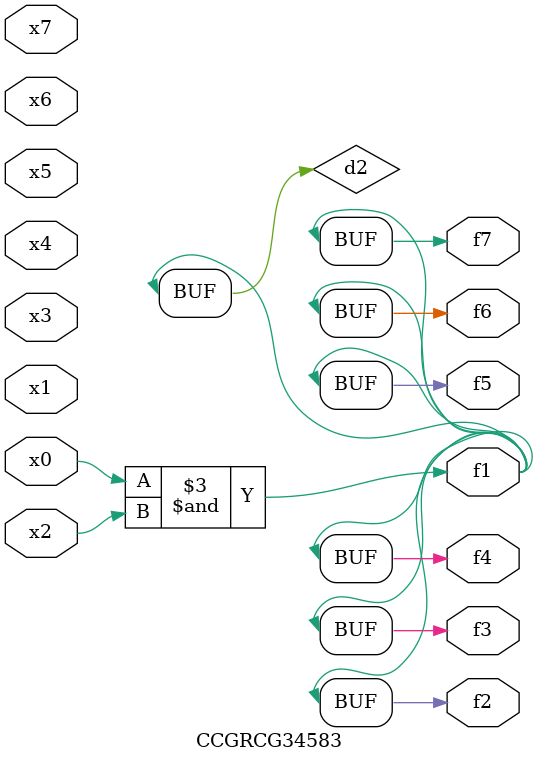
<source format=v>
module CCGRCG34583(
	input x0, x1, x2, x3, x4, x5, x6, x7,
	output f1, f2, f3, f4, f5, f6, f7
);

	wire d1, d2;

	nor (d1, x3, x6);
	and (d2, x0, x2);
	assign f1 = d2;
	assign f2 = d2;
	assign f3 = d2;
	assign f4 = d2;
	assign f5 = d2;
	assign f6 = d2;
	assign f7 = d2;
endmodule

</source>
